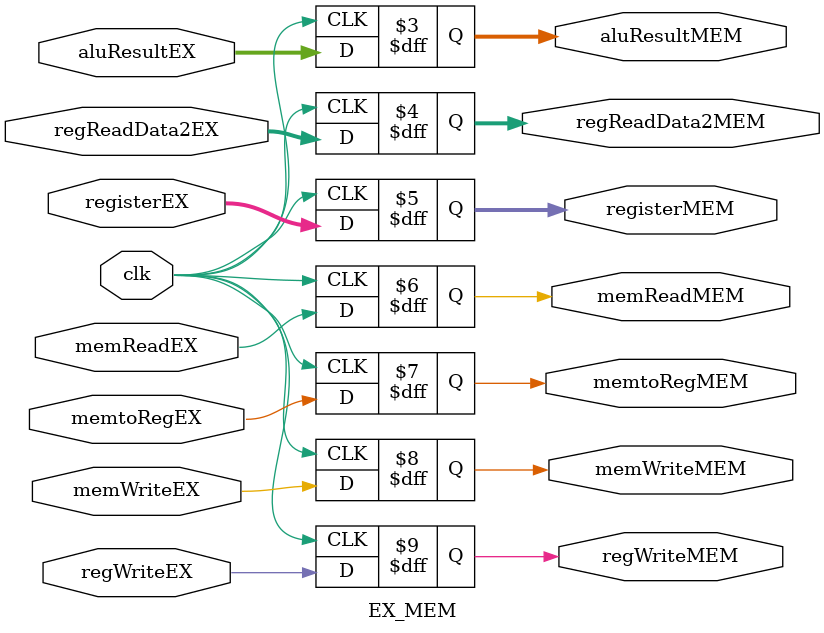
<source format=v>
`ifndef MODULE_EX_MEM
`define MODULE_EX_MEM

module EX_MEM (
    input               clk,

    input       [31:0]  aluResultEX,
                        regReadData2EX,
    input       [4:0]   registerEX,
    input               memReadEX,
                        memtoRegEX,
                        memWriteEX,
                        regWriteEX,

    output reg  [31:0]  aluResultMEM,
                        regReadData2MEM,
    output reg  [4:0]   registerMEM,
    output reg          memReadMEM,
                        memtoRegMEM,
                        memWriteMEM,
                        regWriteMEM
);

    initial begin
        aluResultMEM    = 32'b0;
        regReadData2MEM = 32'b0;
        registerMEM     = 5'b0;
        memReadMEM      = 1'b0;
        memtoRegMEM     = 1'b0;
        memWriteMEM     = 1'b0;
        regWriteMEM     = 1'b0;
    end

    always @ (posedge clk) begin
        aluResultMEM    <= aluResultEX;
        regReadData2MEM <= regReadData2EX;
        registerMEM     <= registerEX;
        memReadMEM      <= memReadEX;
        memtoRegMEM     <= memtoRegEX;
        memWriteMEM     <= memWriteEX;
        regWriteMEM     <= regWriteEX;
    end

endmodule // EX_MEM

`endif // MODULE_EX_MEM

</source>
